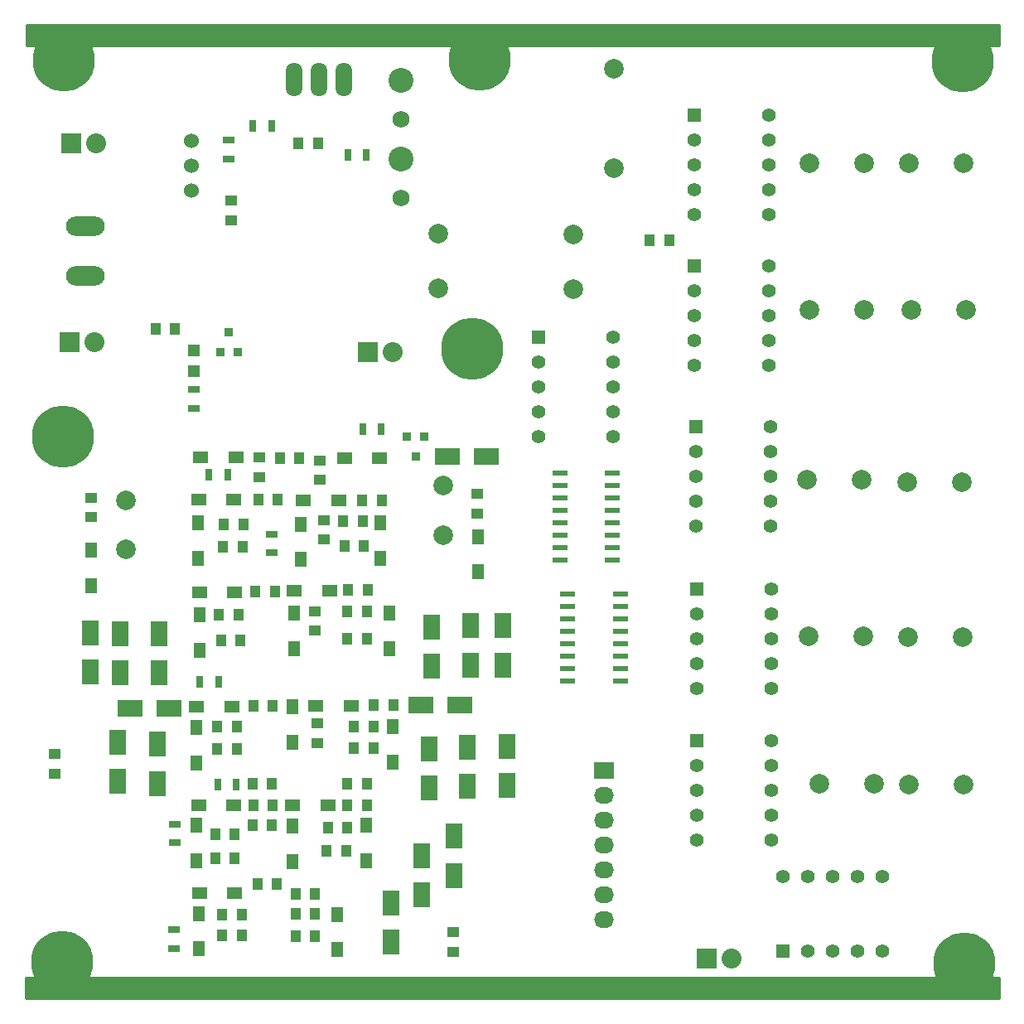
<source format=gts>
%FSLAX46Y46*%
G04 Gerber Fmt 4.6, Leading zero omitted, Abs format (unit mm)*
G04 Created by KiCad (PCBNEW (2014-10-27 BZR 5228)-product) date 14/05/2015 10:32:42*
%MOMM*%
G01*
G04 APERTURE LIST*
%ADD10C,0.100000*%
%ADD11R,1.800860X2.499360*%
%ADD12R,2.499360X1.800860*%
%ADD13C,1.998980*%
%ADD14R,2.032000X2.032000*%
%ADD15O,2.032000X2.032000*%
%ADD16O,1.699260X3.500120*%
%ADD17C,1.524000*%
%ADD18C,2.540000*%
%ADD19C,1.727200*%
%ADD20R,1.397000X1.397000*%
%ADD21C,1.397000*%
%ADD22R,1.000000X1.250000*%
%ADD23R,1.250000X1.000000*%
%ADD24R,1.198880X1.600200*%
%ADD25R,1.600200X1.198880*%
%ADD26R,0.700000X1.300000*%
%ADD27R,1.300000X0.700000*%
%ADD28R,1.500000X0.600000*%
%ADD29O,3.962400X1.981200*%
%ADD30R,1.198880X1.198880*%
%ADD31C,6.350000*%
%ADD32R,2.032000X1.727200*%
%ADD33O,2.032000X1.727200*%
%ADD34R,0.914400X0.914400*%
%ADD35C,0.254000*%
G04 APERTURE END LIST*
D10*
D11*
X109900000Y-116498980D03*
X109900000Y-112501020D03*
X113900000Y-116498980D03*
X113900000Y-112501020D03*
D12*
X110901020Y-120100000D03*
X114898980Y-120100000D03*
D11*
X113700000Y-123801020D03*
X113700000Y-127798980D03*
X109600000Y-123601020D03*
X109600000Y-127598980D03*
X145400000Y-124101020D03*
X145400000Y-128098980D03*
X145700000Y-115698980D03*
X145700000Y-111701020D03*
X141700000Y-115798980D03*
X141700000Y-111801020D03*
D12*
X144598980Y-119800000D03*
X140601020Y-119800000D03*
D11*
X141500000Y-124301020D03*
X141500000Y-128298980D03*
D13*
X160375600Y-64919860D03*
X160375600Y-54759860D03*
X142392400Y-77228700D03*
X142392400Y-71640700D03*
X156197300Y-77292200D03*
X156197300Y-71704200D03*
X196092000Y-64396000D03*
X190504000Y-64396000D03*
X196292000Y-79396000D03*
X190704000Y-79396000D03*
X195892000Y-96996000D03*
X190304000Y-96996000D03*
X181308000Y-127804000D03*
X186896000Y-127804000D03*
X195992000Y-112896000D03*
X190404000Y-112896000D03*
X185892000Y-64396000D03*
X180304000Y-64396000D03*
X185892000Y-79396000D03*
X180304000Y-79396000D03*
X185692000Y-96796000D03*
X180104000Y-96796000D03*
X196092000Y-127896000D03*
X190504000Y-127896000D03*
X185792000Y-112796000D03*
X180204000Y-112796000D03*
D14*
X135230000Y-83700000D03*
D15*
X137770000Y-83700000D03*
D14*
X104930000Y-62400000D03*
D15*
X107470000Y-62400000D03*
D14*
X104730000Y-82700000D03*
D15*
X107270000Y-82700000D03*
D16*
X130200000Y-55900000D03*
X132740000Y-55900000D03*
X127660000Y-55900000D03*
D13*
X110500000Y-98900640D03*
X110500000Y-103901900D03*
X142900000Y-102399360D03*
X142900000Y-97398100D03*
D17*
X117170200Y-64668400D03*
X117170200Y-62128400D03*
X117170200Y-67208400D03*
D18*
X138582400Y-55976000D03*
D19*
X138582400Y-59976000D03*
D18*
X138582400Y-63976000D03*
D19*
X138582400Y-67976000D03*
D20*
X152603200Y-82207100D03*
D21*
X152603200Y-84747100D03*
X152603200Y-87287100D03*
X152603200Y-89827100D03*
X152603200Y-92367100D03*
X160223200Y-92367100D03*
X160223200Y-89827100D03*
X160223200Y-87287100D03*
X160223200Y-84747100D03*
X160223200Y-82207100D03*
D20*
X168590000Y-59520000D03*
D21*
X168590000Y-62060000D03*
X168590000Y-64600000D03*
X168590000Y-67140000D03*
X168590000Y-69680000D03*
X176210000Y-69680000D03*
X176210000Y-67140000D03*
X176210000Y-64600000D03*
X176210000Y-62060000D03*
X176210000Y-59520000D03*
D20*
X168590000Y-74920000D03*
D21*
X168590000Y-77460000D03*
X168590000Y-80000000D03*
X168590000Y-82540000D03*
X168590000Y-85080000D03*
X176210000Y-85080000D03*
X176210000Y-82540000D03*
X176210000Y-80000000D03*
X176210000Y-77460000D03*
X176210000Y-74920000D03*
D20*
X168690000Y-91320000D03*
D21*
X168690000Y-93860000D03*
X168690000Y-96400000D03*
X168690000Y-98940000D03*
X168690000Y-101480000D03*
X176310000Y-101480000D03*
X176310000Y-98940000D03*
X176310000Y-96400000D03*
X176310000Y-93860000D03*
X176310000Y-91320000D03*
D20*
X168790000Y-107920000D03*
D21*
X168790000Y-110460000D03*
X168790000Y-113000000D03*
X168790000Y-115540000D03*
X168790000Y-118080000D03*
X176410000Y-118080000D03*
X176410000Y-115540000D03*
X176410000Y-113000000D03*
X176410000Y-110460000D03*
X176410000Y-107920000D03*
D20*
X168790000Y-123420000D03*
D21*
X168790000Y-125960000D03*
X168790000Y-128500000D03*
X168790000Y-131040000D03*
X168790000Y-133580000D03*
X176410000Y-133580000D03*
X176410000Y-131040000D03*
X176410000Y-128500000D03*
X176410000Y-125960000D03*
X176410000Y-123420000D03*
D22*
X113500000Y-81400000D03*
X115500000Y-81400000D03*
D23*
X121196100Y-68227700D03*
X121196100Y-70227700D03*
D22*
X130100000Y-62400000D03*
X128100000Y-62400000D03*
D23*
X106900000Y-100600000D03*
X106900000Y-98600000D03*
D22*
X120400000Y-103600000D03*
X122400000Y-103600000D03*
X120200000Y-113200000D03*
X122200000Y-113200000D03*
X135800000Y-124200000D03*
X133800000Y-124200000D03*
X119600000Y-135500000D03*
X121600000Y-135500000D03*
X120300000Y-143300000D03*
X122300000Y-143300000D03*
X120500000Y-101300000D03*
X122500000Y-101300000D03*
X120000000Y-110600000D03*
X122000000Y-110600000D03*
X119800000Y-122000000D03*
X121800000Y-122000000D03*
X119600000Y-133000000D03*
X121600000Y-133000000D03*
X120300000Y-141200000D03*
X122300000Y-141200000D03*
X126000000Y-98800000D03*
X124000000Y-98800000D03*
X125700000Y-108200000D03*
X123700000Y-108200000D03*
X125500000Y-119900000D03*
X123500000Y-119900000D03*
X125500000Y-130000000D03*
X123500000Y-130000000D03*
X129800000Y-139100000D03*
X127800000Y-139100000D03*
X129800000Y-143400000D03*
X127800000Y-143400000D03*
D23*
X130700000Y-100900000D03*
X130700000Y-102900000D03*
X129800000Y-110200000D03*
X129800000Y-112200000D03*
X130000000Y-121700000D03*
X130000000Y-123700000D03*
D22*
X125400000Y-132100000D03*
X123400000Y-132100000D03*
X129800000Y-141100000D03*
X127800000Y-141100000D03*
X136600000Y-98900000D03*
X134600000Y-98900000D03*
X135200000Y-108000000D03*
X133200000Y-108000000D03*
X137800000Y-119800000D03*
X135800000Y-119800000D03*
X135100000Y-127800000D03*
X133100000Y-127800000D03*
X134800000Y-103500000D03*
X132800000Y-103500000D03*
X135100000Y-113000000D03*
X133100000Y-113000000D03*
X119800000Y-124300000D03*
X121800000Y-124300000D03*
X133000000Y-134700000D03*
X131000000Y-134700000D03*
X134700000Y-101000000D03*
X132700000Y-101000000D03*
X135100000Y-110200000D03*
X133100000Y-110200000D03*
X135800000Y-122000000D03*
X133800000Y-122000000D03*
X133100000Y-132300000D03*
X131100000Y-132300000D03*
D23*
X146400000Y-98200000D03*
X146400000Y-100200000D03*
D22*
X125400000Y-127800000D03*
X123400000Y-127800000D03*
X135100000Y-130000000D03*
X133100000Y-130000000D03*
D24*
X106900000Y-103999140D03*
X106900000Y-107600860D03*
X117800000Y-101199140D03*
X117800000Y-104800860D03*
X118000000Y-110599140D03*
X118000000Y-114200860D03*
X117700000Y-122099140D03*
X117700000Y-125700860D03*
X117700000Y-132099140D03*
X117700000Y-135700860D03*
X117900000Y-141099140D03*
X117900000Y-144700860D03*
D25*
X117899140Y-98800000D03*
X121500860Y-98800000D03*
X117999140Y-108300000D03*
X121600860Y-108300000D03*
X117699140Y-120000000D03*
X121300860Y-120000000D03*
X117899140Y-130000000D03*
X121500860Y-130000000D03*
X117999140Y-139000000D03*
X121600860Y-139000000D03*
D24*
X128300000Y-101299140D03*
X128300000Y-104900860D03*
X127700000Y-110399140D03*
X127700000Y-114000860D03*
X127500000Y-119999140D03*
X127500000Y-123600860D03*
X127500000Y-132199140D03*
X127500000Y-135800860D03*
X132100000Y-141199140D03*
X132100000Y-144800860D03*
D25*
X128599140Y-98900000D03*
X132200860Y-98900000D03*
X127699140Y-108100000D03*
X131300860Y-108100000D03*
X129899140Y-119900000D03*
X133500860Y-119900000D03*
X127499140Y-130000000D03*
X131100860Y-130000000D03*
D24*
X136500000Y-101199140D03*
X136500000Y-104800860D03*
X137400000Y-110399140D03*
X137400000Y-114000860D03*
X137700000Y-121999140D03*
X137700000Y-125600860D03*
X135000000Y-132099140D03*
X135000000Y-135700860D03*
X146500000Y-102599140D03*
X146500000Y-106200860D03*
D26*
X125350000Y-60600000D03*
X123450000Y-60600000D03*
D27*
X120967500Y-62067400D03*
X120967500Y-63967400D03*
D26*
X135050000Y-63600000D03*
X133150000Y-63600000D03*
D27*
X115400000Y-144650000D03*
X115400000Y-142750000D03*
X115500000Y-133850000D03*
X115500000Y-131950000D03*
D26*
X121750000Y-127900000D03*
X119850000Y-127900000D03*
X119950000Y-117400000D03*
X118050000Y-117400000D03*
D27*
X125400000Y-104250000D03*
X125400000Y-102350000D03*
D22*
X166000000Y-72300000D03*
X164000000Y-72300000D03*
D20*
X177620000Y-144910000D03*
D21*
X180160000Y-144910000D03*
X182700000Y-144910000D03*
X185240000Y-144910000D03*
X187780000Y-144910000D03*
X187780000Y-137290000D03*
X185240000Y-137290000D03*
X182700000Y-137290000D03*
X180160000Y-137290000D03*
X177620000Y-137290000D03*
D22*
X128200000Y-94600000D03*
X126200000Y-94600000D03*
D23*
X124100000Y-94500000D03*
X124100000Y-96500000D03*
X130300000Y-94800000D03*
X130300000Y-96800000D03*
D11*
X137600000Y-140001020D03*
X137600000Y-143998980D03*
X140700000Y-139198980D03*
X140700000Y-135201020D03*
X144000000Y-137198980D03*
X144000000Y-133201020D03*
X149400000Y-127998980D03*
X149400000Y-124001020D03*
D12*
X147298980Y-94400000D03*
X143301020Y-94400000D03*
D11*
X106800000Y-116398980D03*
X106800000Y-112401020D03*
X149000000Y-115698980D03*
X149000000Y-111701020D03*
D25*
X118099140Y-94500000D03*
X121700860Y-94500000D03*
X136400860Y-94600000D03*
X132799140Y-94600000D03*
D26*
X136550000Y-91600000D03*
X134650000Y-91600000D03*
X120850000Y-96300000D03*
X118950000Y-96300000D03*
D28*
X160200000Y-104945000D03*
X160200000Y-103675000D03*
X160200000Y-102405000D03*
X160200000Y-101135000D03*
X160200000Y-99865000D03*
X160200000Y-98595000D03*
X160200000Y-97325000D03*
X160200000Y-96055000D03*
X154800000Y-96055000D03*
X154800000Y-97325000D03*
X154800000Y-98595000D03*
X154800000Y-99865000D03*
X154800000Y-101135000D03*
X154800000Y-102405000D03*
X154800000Y-103675000D03*
X154800000Y-104945000D03*
X161000000Y-117345000D03*
X161000000Y-116075000D03*
X161000000Y-114805000D03*
X161000000Y-113535000D03*
X161000000Y-112265000D03*
X161000000Y-110995000D03*
X161000000Y-109725000D03*
X161000000Y-108455000D03*
X155600000Y-108455000D03*
X155600000Y-109725000D03*
X155600000Y-110995000D03*
X155600000Y-112265000D03*
X155600000Y-113535000D03*
X155600000Y-114805000D03*
X155600000Y-116075000D03*
X155600000Y-117345000D03*
D22*
X125900000Y-138100000D03*
X123900000Y-138100000D03*
D23*
X103200000Y-126800000D03*
X103200000Y-124800000D03*
X143900000Y-145000000D03*
X143900000Y-143000000D03*
D29*
X106300000Y-75900000D03*
X106300000Y-70900000D03*
D14*
X169830000Y-145700000D03*
D15*
X172370000Y-145700000D03*
D30*
X117400000Y-85649020D03*
X117400000Y-83550980D03*
D27*
X117400000Y-89450000D03*
X117400000Y-87550000D03*
D31*
X104100000Y-53900000D03*
X146600000Y-53800000D03*
X104000000Y-92400000D03*
X145850000Y-83400000D03*
X196000000Y-54000000D03*
X196200000Y-146250000D03*
X103950000Y-146050000D03*
D32*
X159300000Y-126500000D03*
D33*
X159300000Y-129040000D03*
X159300000Y-131580000D03*
X159300000Y-134120000D03*
X159300000Y-136660000D03*
X159300000Y-139200000D03*
X159300000Y-141740000D03*
D34*
X121889000Y-83716000D03*
X120111000Y-83716000D03*
X121000000Y-81684000D03*
X139211000Y-92384000D03*
X140989000Y-92384000D03*
X140100000Y-94416000D03*
D35*
G36*
X199673000Y-52373000D02*
X190000000Y-52373000D01*
X146400000Y-52373000D01*
X100327000Y-52373000D01*
X100327000Y-50327000D01*
X146400000Y-50327000D01*
X199673000Y-50327000D01*
X199673000Y-52373000D01*
X199673000Y-52373000D01*
G37*
X199673000Y-52373000D02*
X190000000Y-52373000D01*
X146400000Y-52373000D01*
X100327000Y-52373000D01*
X100327000Y-50327000D01*
X146400000Y-50327000D01*
X199673000Y-50327000D01*
X199673000Y-52373000D01*
G36*
X199673000Y-149773000D02*
X100227000Y-149773000D01*
X100227000Y-147627000D01*
X199673000Y-147627000D01*
X199673000Y-149773000D01*
X199673000Y-149773000D01*
G37*
X199673000Y-149773000D02*
X100227000Y-149773000D01*
X100227000Y-147627000D01*
X199673000Y-147627000D01*
X199673000Y-149773000D01*
M02*

</source>
